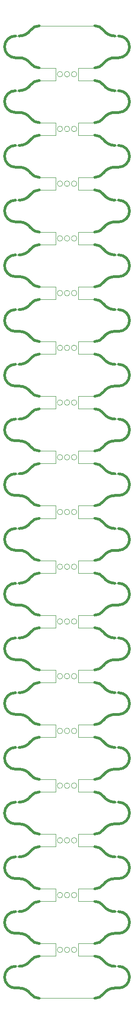
<source format=gbr>
%TF.GenerationSoftware,KiCad,Pcbnew,8.99.0-946-gf00a1ab517*%
%TF.CreationDate,2024-05-19T19:51:51+07:00*%
%TF.ProjectId,dtb_toro,6474625f-746f-4726-9f2e-6b696361645f,rev?*%
%TF.SameCoordinates,Original*%
%TF.FileFunction,Profile,NP*%
%FSLAX46Y46*%
G04 Gerber Fmt 4.6, Leading zero omitted, Abs format (unit mm)*
G04 Created by KiCad (PCBNEW 8.99.0-946-gf00a1ab517) date 2024-05-19 19:51:51*
%MOMM*%
%LPD*%
G01*
G04 APERTURE LIST*
%TA.AperFunction,Profile*%
%ADD10C,0.050000*%
%TD*%
%TA.AperFunction,Profile*%
%ADD11C,0.500000*%
%TD*%
G04 APERTURE END LIST*
D10*
X546473201Y-52579402D02*
X536266615Y-52579399D01*
X543469816Y37420296D02*
X546473201Y37420297D01*
X543470031Y35120343D02*
X546473416Y35120344D01*
X536266615Y37420300D02*
X539270000Y37420301D01*
X536266816Y35120390D02*
X539270201Y35120391D01*
X540569924Y36270341D02*
G75*
G02*
X539570126Y36270341I-499899J0D01*
G01*
X539570126Y36270341D02*
G75*
G02*
X540569924Y36270341I499899J0D01*
G01*
X543169924Y36270341D02*
G75*
G02*
X542170126Y36270341I-499899J0D01*
G01*
X542170126Y36270341D02*
G75*
G02*
X543169924Y36270341I499899J0D01*
G01*
X541869924Y36270341D02*
G75*
G02*
X540870126Y36270341I-499899J0D01*
G01*
X540870126Y36270341D02*
G75*
G02*
X541869924Y36270341I499899J0D01*
G01*
X543469816Y37420339D02*
X543470031Y35120343D01*
X539270000Y37420344D02*
X539270201Y35120391D01*
D11*
X550157216Y-6743570D02*
G75*
G02*
X548073569Y-5689272I-12J2586118D01*
G01*
X534666343Y-15689259D02*
G75*
G02*
X536266816Y-14879481I1600549J-1176877D01*
G01*
X550157216Y-26743484D02*
G75*
G02*
X548073569Y-25689186I-12J2586118D01*
G01*
X546473416Y-14879527D02*
G75*
G02*
X548073584Y-15689214I-45J-1986122D01*
G01*
X548073610Y-31769730D02*
G75*
G02*
X546473201Y-32579488I-1600382J1176595D01*
G01*
X550870016Y-16743527D02*
G75*
G02*
X550869905Y-20715443I26J-1985958D01*
G01*
X534666342Y-15689259D02*
G75*
G02*
X532583016Y-16743489I-2083445J1531613D01*
G01*
X532582716Y-30715484D02*
X531870016Y-30715484D01*
X548073610Y-21769773D02*
G75*
G02*
X546473201Y-22579531I-1600382J1176595D01*
G01*
X531870016Y-40715441D02*
G75*
G02*
X531888591Y-36743444I26J1986042D01*
G01*
X546473416Y-24879484D02*
G75*
G02*
X548073584Y-25689171I-45J-1986122D01*
G01*
X534666342Y-5689302D02*
G75*
G02*
X532583016Y-6743532I-2083445J1531613D01*
G01*
X532582716Y-20715527D02*
G75*
G02*
X534666444Y-21769866I95J-2586054D01*
G01*
X536266615Y-22579528D02*
G75*
G02*
X534666444Y-21769866I4J1986084D01*
G01*
X532582716Y-20715527D02*
X531870016Y-20715527D01*
X531870016Y-30715484D02*
G75*
G02*
X531888591Y-26743487I26J1986042D01*
G01*
D10*
X532583016Y-36743402D02*
X531888591Y-36743444D01*
D11*
X532582716Y-10715570D02*
G75*
G02*
X534666444Y-11769909I95J-2586054D01*
G01*
X531870016Y-10715570D02*
G75*
G02*
X531888591Y-6743573I26J1986042D01*
G01*
D10*
X550870016Y-16743527D02*
X550157216Y-16743527D01*
D11*
X532582716Y-40715441D02*
G75*
G02*
X534666444Y-41769780I95J-2586054D01*
G01*
X550870016Y23256301D02*
G75*
G02*
X550869905Y19284385I26J-1985958D01*
G01*
X548073610Y18230055D02*
G75*
G02*
X546473201Y17420297I-1600382J1176595D01*
G01*
X548073610Y18230055D02*
G75*
G02*
X550157361Y19284337I2083697J-1531982D01*
G01*
X550869905Y-40715357D02*
X550157361Y-40715405D01*
X531870016Y-20715527D02*
G75*
G02*
X531888591Y-16743530I26J1986042D01*
G01*
X548073610Y-41769687D02*
G75*
G02*
X546473201Y-42579445I-1600382J1176595D01*
G01*
X531870016Y9284344D02*
G75*
G02*
X531888591Y13256341I26J1986042D01*
G01*
X534666342Y-35689173D02*
G75*
G02*
X532583016Y-36743403I-2083445J1531613D01*
G01*
X548073610Y-21769773D02*
G75*
G02*
X550157361Y-20715491I2083697J-1531982D01*
G01*
D10*
X532583016Y-6743531D02*
X531888591Y-6743573D01*
D11*
X550869905Y-10715486D02*
X550157361Y-10715534D01*
X534666343Y-5689302D02*
G75*
G02*
X536266816Y-4879524I1600549J-1176877D01*
G01*
D10*
X550870016Y-6743570D02*
X550157216Y-6743570D01*
X532583016Y23256340D02*
X531888591Y23256298D01*
D11*
X550869905Y-20715443D02*
X550157361Y-20715491D01*
X550157216Y-16743527D02*
G75*
G02*
X548073569Y-15689229I-12J2586118D01*
G01*
D10*
X532583016Y-16743488D02*
X531888591Y-16743530D01*
D11*
X550870016Y-6743570D02*
G75*
G02*
X550869905Y-10715486I26J-1985958D01*
G01*
X536266615Y17420300D02*
G75*
G02*
X534666444Y18229962I4J1986084D01*
G01*
X548073610Y-11769816D02*
G75*
G02*
X546473201Y-12579574I-1600382J1176595D01*
G01*
X532582716Y-10715570D02*
X531870016Y-10715570D01*
X536266615Y-12579571D02*
G75*
G02*
X534666444Y-11769909I4J1986084D01*
G01*
X546473416Y25120301D02*
G75*
G02*
X548073584Y24310614I-45J-1986122D01*
G01*
X546473416Y-4879570D02*
G75*
G02*
X548073584Y-5689257I-45J-1986122D01*
G01*
X548073610Y-11769816D02*
G75*
G02*
X550157361Y-10715534I2083697J-1531982D01*
G01*
X550869905Y-30715400D02*
X550157361Y-30715448D01*
X532582716Y-30715484D02*
G75*
G02*
X534666444Y-31769823I95J-2586054D01*
G01*
X550870016Y-26743484D02*
G75*
G02*
X550869905Y-30715400I26J-1985958D01*
G01*
X534666342Y-25689216D02*
G75*
G02*
X532583016Y-26743446I-2083445J1531613D01*
G01*
X548073610Y-31769730D02*
G75*
G02*
X550157361Y-30715448I2083697J-1531982D01*
G01*
D10*
X532583016Y-26743445D02*
X531888591Y-26743487D01*
D11*
X536266615Y-32579485D02*
G75*
G02*
X534666444Y-31769823I4J1986084D01*
G01*
D10*
X550870016Y-26743484D02*
X550157216Y-26743484D01*
D11*
X534666343Y-25689216D02*
G75*
G02*
X536266816Y-24879438I1600549J-1176877D01*
G01*
D10*
X550870016Y33256301D02*
X550157216Y33256301D01*
D11*
X531870016Y29284301D02*
G75*
G02*
X531888591Y33256298I26J1986042D01*
G01*
X532582716Y29284301D02*
G75*
G02*
X534666444Y28229962I94J-2586058D01*
G01*
X550869905Y29284385D02*
X550157361Y29284337D01*
X534666342Y34310569D02*
G75*
G02*
X532583016Y33256340I-2083447J1531617D01*
G01*
D10*
X532583016Y33256340D02*
X531888591Y33256298D01*
D11*
X548073610Y28230055D02*
G75*
G02*
X546473201Y27420297I-1600382J1176595D01*
G01*
X532582716Y29284301D02*
X531870016Y29284301D01*
X550157216Y33256301D02*
G75*
G02*
X548073569Y34310599I-12J2586118D01*
G01*
X548073610Y28230055D02*
G75*
G02*
X550157361Y29284337I2083697J-1531982D01*
G01*
X546473416Y35120301D02*
G75*
G02*
X548073584Y34310614I-47J-1986126D01*
G01*
X550870016Y33256301D02*
G75*
G02*
X550869905Y29284385I26J-1985958D01*
G01*
X534666343Y24310569D02*
G75*
G02*
X536266816Y25120347I1600549J-1176877D01*
G01*
X534666343Y34310569D02*
G75*
G02*
X536266816Y35120347I1600551J-1176880D01*
G01*
X550157216Y23256301D02*
G75*
G02*
X548073569Y24310599I-12J2586118D01*
G01*
X532582716Y19284301D02*
G75*
G02*
X534666444Y18229962I95J-2586054D01*
G01*
X548073610Y8230098D02*
G75*
G02*
X546473201Y7420340I-1600382J1176595D01*
G01*
X532582716Y9284344D02*
X531870016Y9284344D01*
X536266615Y27420300D02*
G75*
G02*
X534666444Y28229962I4J1986084D01*
G01*
X550157216Y13256344D02*
G75*
G02*
X548073569Y14310642I-12J2586118D01*
G01*
X534666342Y24310569D02*
G75*
G02*
X532583016Y23256339I-2083445J1531613D01*
G01*
X550869905Y19284385D02*
X550157361Y19284337D01*
D10*
X550870016Y23256301D02*
X550157216Y23256301D01*
X550870016Y13256344D02*
X550157216Y13256344D01*
D11*
X532582716Y19284301D02*
X531870016Y19284301D01*
X531870016Y19284301D02*
G75*
G02*
X531888591Y23256298I26J1986042D01*
G01*
X550870016Y-36743441D02*
G75*
G02*
X550869905Y-40715357I26J-1985958D01*
G01*
X536266615Y-42579442D02*
G75*
G02*
X534666444Y-41769780I4J1986084D01*
G01*
X534666343Y-35689173D02*
G75*
G02*
X536266816Y-34879395I1600549J-1176877D01*
G01*
X532582716Y-40715441D02*
X531870016Y-40715441D01*
D10*
X550870016Y-46743398D02*
X550157216Y-46743398D01*
D11*
X546473416Y-34879441D02*
G75*
G02*
X548073584Y-35689128I-45J-1986122D01*
G01*
X548073610Y-41769687D02*
G75*
G02*
X550157361Y-40715405I2083697J-1531982D01*
G01*
D10*
X550870016Y-36743441D02*
X550157216Y-36743441D01*
D11*
X532582716Y-50715398D02*
G75*
G02*
X534666444Y-51769737I95J-2586054D01*
G01*
X532582716Y-50715398D02*
X531870016Y-50715398D01*
X550869905Y-50715314D02*
X550157361Y-50715362D01*
D10*
X532583016Y-46743359D02*
X531888591Y-46743401D01*
D11*
X550157216Y-36743441D02*
G75*
G02*
X548073569Y-35689143I-12J2586118D01*
G01*
X531870016Y-50715398D02*
G75*
G02*
X531888591Y-46743401I26J1986042D01*
G01*
X550157216Y-46743398D02*
G75*
G02*
X548073569Y-45689100I-12J2586118D01*
G01*
X548073610Y-51769644D02*
G75*
G02*
X550157361Y-50715362I2083697J-1531982D01*
G01*
X550870016Y-46743398D02*
G75*
G02*
X550869905Y-50715314I26J-1985958D01*
G01*
X546473416Y-44879398D02*
G75*
G02*
X548073584Y-45689085I-45J-1986122D01*
G01*
X536266615Y-52579399D02*
G75*
G02*
X534666444Y-51769737I4J1986084D01*
G01*
X534666343Y-45689130D02*
G75*
G02*
X536266816Y-44879352I1600549J-1176877D01*
G01*
D10*
X543469816Y27420296D02*
X546473201Y27420297D01*
X536266615Y27420300D02*
X539270000Y27420301D01*
D11*
X534666342Y-45689130D02*
G75*
G02*
X532583016Y-46743360I-2083445J1531613D01*
G01*
X548073610Y-51769644D02*
G75*
G02*
X546473201Y-52579402I-1600382J1176595D01*
G01*
X550869905Y-715529D02*
X550157361Y-715577D01*
X550869905Y9284428D02*
X550157361Y9284380D01*
X550870016Y3256387D02*
G75*
G02*
X550869905Y-715529I26J-1985958D01*
G01*
X548073610Y8230098D02*
G75*
G02*
X550157361Y9284380I2083697J-1531982D01*
G01*
X531870016Y-715613D02*
G75*
G02*
X531888591Y3256384I26J1986042D01*
G01*
D10*
X536266615Y-42579442D02*
X539270000Y-42579441D01*
X536266615Y-12579571D02*
X539270000Y-12579570D01*
X536266816Y25120347D02*
X539270201Y25120348D01*
D11*
X536266615Y-2579614D02*
G75*
G02*
X534666444Y-1769952I4J1986084D01*
G01*
D10*
X532583016Y13256383D02*
X531888591Y13256341D01*
X532583016Y3256426D02*
X531888591Y3256384D01*
D11*
X550157216Y3256387D02*
G75*
G02*
X548073569Y4310685I-12J2586118D01*
G01*
X534666343Y4310655D02*
G75*
G02*
X536266816Y5120433I1600549J-1176877D01*
G01*
D10*
X550870016Y3256387D02*
X550157216Y3256387D01*
D11*
X532582716Y-715613D02*
X531870016Y-715613D01*
D10*
X539270000Y27420301D02*
X539270201Y25120348D01*
X536266816Y-44879352D02*
X539270201Y-44879351D01*
D11*
X534666342Y4310655D02*
G75*
G02*
X532583016Y3256425I-2083445J1531613D01*
G01*
X534666342Y14310612D02*
G75*
G02*
X532583016Y13256382I-2083445J1531613D01*
G01*
X546473416Y5120387D02*
G75*
G02*
X548073584Y4310700I-45J-1986122D01*
G01*
X548073610Y-1769859D02*
G75*
G02*
X546473201Y-2579617I-1600382J1176595D01*
G01*
X536266615Y7420343D02*
G75*
G02*
X534666444Y8230005I4J1986084D01*
G01*
X534666343Y14310612D02*
G75*
G02*
X536266816Y15120390I1600549J-1176877D01*
G01*
X532582716Y9284344D02*
G75*
G02*
X534666444Y8230005I95J-2586054D01*
G01*
X548073610Y-1769859D02*
G75*
G02*
X550157361Y-715577I2083697J-1531982D01*
G01*
X550870016Y13256344D02*
G75*
G02*
X550869905Y9284428I26J-1985958D01*
G01*
D10*
X543470031Y-44879399D02*
X546473416Y-44879398D01*
D11*
X532582716Y-715613D02*
G75*
G02*
X534666444Y-1769952I95J-2586054D01*
G01*
D10*
X536266816Y-34879395D02*
X539270201Y-34879394D01*
X543469816Y17420296D02*
X546473201Y17420297D01*
X543469816Y-12579575D02*
X546473201Y-12579574D01*
D11*
X546473416Y15120344D02*
G75*
G02*
X548073584Y14310657I-45J-1986122D01*
G01*
D10*
X536266615Y-32579485D02*
X539270000Y-32579484D01*
X536266816Y5120433D02*
X539270201Y5120434D01*
X539270000Y7420344D02*
X539270201Y5120391D01*
X539270000Y-42579441D02*
X539270201Y-44879394D01*
X536266816Y-24879438D02*
X539270201Y-24879437D01*
X543470031Y-14879528D02*
X546473416Y-14879527D01*
X543470031Y-24879485D02*
X546473416Y-24879484D01*
X543470031Y15120343D02*
X546473416Y15120344D01*
X536266816Y-4879524D02*
X539270201Y-4879523D01*
X536266615Y7420343D02*
X539270000Y7420344D01*
X543169924Y16270298D02*
G75*
G02*
X542170126Y16270298I-499899J0D01*
G01*
X542170126Y16270298D02*
G75*
G02*
X543169924Y16270298I499899J0D01*
G01*
X543469816Y7420339D02*
X546473201Y7420340D01*
X543470031Y25120300D02*
X546473416Y25120301D01*
X539270000Y-32579484D02*
X539270201Y-34879437D01*
X540569924Y-13729573D02*
G75*
G02*
X539570126Y-13729573I-499899J0D01*
G01*
X539570126Y-13729573D02*
G75*
G02*
X540569924Y-13729573I499899J0D01*
G01*
X540569924Y-43729444D02*
G75*
G02*
X539570126Y-43729444I-499899J0D01*
G01*
X539570126Y-43729444D02*
G75*
G02*
X540569924Y-43729444I499899J0D01*
G01*
X541869924Y6270341D02*
G75*
G02*
X540870126Y6270341I-499899J0D01*
G01*
X540870126Y6270341D02*
G75*
G02*
X541869924Y6270341I499899J0D01*
G01*
X543169924Y-43729444D02*
G75*
G02*
X542170126Y-43729444I-499899J0D01*
G01*
X542170126Y-43729444D02*
G75*
G02*
X543169924Y-43729444I499899J0D01*
G01*
X543169924Y-33729487D02*
G75*
G02*
X542170126Y-33729487I-499899J0D01*
G01*
X542170126Y-33729487D02*
G75*
G02*
X543169924Y-33729487I499899J0D01*
G01*
X543169924Y-3729616D02*
G75*
G02*
X542170126Y-3729616I-499899J0D01*
G01*
X542170126Y-3729616D02*
G75*
G02*
X543169924Y-3729616I499899J0D01*
G01*
X543469816Y-22579532D02*
X543470031Y-24879528D01*
X543169924Y-23729530D02*
G75*
G02*
X542170126Y-23729530I-499899J0D01*
G01*
X542170126Y-23729530D02*
G75*
G02*
X543169924Y-23729530I499899J0D01*
G01*
X543469816Y-2579618D02*
X546473201Y-2579617D01*
X543469816Y17420296D02*
X543470031Y15120300D01*
X539270000Y-12579570D02*
X539270201Y-14879523D01*
X543469816Y7420339D02*
X543470031Y5120343D01*
X539270000Y-22579527D02*
X539270201Y-24879480D01*
X543469816Y-42579446D02*
X543470031Y-44879442D01*
X536266816Y-14879481D02*
X539270201Y-14879480D01*
X541869924Y-3729616D02*
G75*
G02*
X540870126Y-3729616I-499899J0D01*
G01*
X540870126Y-3729616D02*
G75*
G02*
X541869924Y-3729616I499899J0D01*
G01*
X541870000Y26270325D02*
G75*
G02*
X540870202Y26270325I-499899J0D01*
G01*
X540870202Y26270325D02*
G75*
G02*
X541870000Y26270325I499899J0D01*
G01*
X540569924Y-23729530D02*
G75*
G02*
X539570126Y-23729530I-499899J0D01*
G01*
X539570126Y-23729530D02*
G75*
G02*
X540569924Y-23729530I499899J0D01*
G01*
X536266816Y15120390D02*
X539270201Y15120391D01*
X540569924Y-3729616D02*
G75*
G02*
X539570126Y-3729616I-499899J0D01*
G01*
X539570126Y-3729616D02*
G75*
G02*
X540569924Y-3729616I499899J0D01*
G01*
X543470031Y-34879442D02*
X546473416Y-34879441D01*
X543469816Y-32579489D02*
X543470031Y-34879485D01*
X539270000Y-2579613D02*
X539270201Y-4879566D01*
X543469816Y-2579618D02*
X543470031Y-4879614D01*
X540569924Y6270341D02*
G75*
G02*
X539570126Y6270341I-499899J0D01*
G01*
X539570126Y6270341D02*
G75*
G02*
X540569924Y6270341I499899J0D01*
G01*
X541869924Y16270298D02*
G75*
G02*
X540870126Y16270298I-499899J0D01*
G01*
X540870126Y16270298D02*
G75*
G02*
X541869924Y16270298I499899J0D01*
G01*
X543170000Y26270325D02*
G75*
G02*
X542170202Y26270325I-499899J0D01*
G01*
X542170202Y26270325D02*
G75*
G02*
X543170000Y26270325I499899J0D01*
G01*
X543169924Y6270341D02*
G75*
G02*
X542170126Y6270341I-499899J0D01*
G01*
X542170126Y6270341D02*
G75*
G02*
X543169924Y6270341I499899J0D01*
G01*
X543470031Y-4879571D02*
X546473416Y-4879570D01*
X540569924Y-33729487D02*
G75*
G02*
X539570126Y-33729487I-499899J0D01*
G01*
X539570126Y-33729487D02*
G75*
G02*
X540569924Y-33729487I499899J0D01*
G01*
X536266615Y-2579614D02*
X539270000Y-2579613D01*
X536266615Y17420300D02*
X539270000Y17420301D01*
X543469816Y-32579489D02*
X546473201Y-32579488D01*
X543469816Y-12579575D02*
X543470031Y-14879571D01*
X543469816Y-22579532D02*
X546473201Y-22579531D01*
X543470031Y5120386D02*
X546473416Y5120387D01*
X543169924Y-13729573D02*
G75*
G02*
X542170126Y-13729573I-499899J0D01*
G01*
X542170126Y-13729573D02*
G75*
G02*
X543169924Y-13729573I499899J0D01*
G01*
X543469816Y-42579446D02*
X546473201Y-42579445D01*
X541869924Y-23729530D02*
G75*
G02*
X540870126Y-23729530I-499899J0D01*
G01*
X540870126Y-23729530D02*
G75*
G02*
X541869924Y-23729530I499899J0D01*
G01*
X539270000Y17420301D02*
X539270201Y15120348D01*
X543469816Y27420296D02*
X543470031Y25120300D01*
X536266615Y-22579528D02*
X539270000Y-22579527D01*
X541869924Y-13729573D02*
G75*
G02*
X540870126Y-13729573I-499899J0D01*
G01*
X540870126Y-13729573D02*
G75*
G02*
X541869924Y-13729573I499899J0D01*
G01*
X540569924Y16270298D02*
G75*
G02*
X539570126Y16270298I-499899J0D01*
G01*
X539570126Y16270298D02*
G75*
G02*
X540569924Y16270298I499899J0D01*
G01*
X541869924Y-33729487D02*
G75*
G02*
X540870126Y-33729487I-499899J0D01*
G01*
X540870126Y-33729487D02*
G75*
G02*
X541869924Y-33729487I499899J0D01*
G01*
X540570000Y26270325D02*
G75*
G02*
X539570202Y26270325I-499899J0D01*
G01*
X539570202Y26270325D02*
G75*
G02*
X540570000Y26270325I499899J0D01*
G01*
X541869924Y-43729444D02*
G75*
G02*
X540870126Y-43729444I-499899J0D01*
G01*
X540870126Y-43729444D02*
G75*
G02*
X541869924Y-43729444I499899J0D01*
G01*
X540569924Y46270255D02*
G75*
G02*
X539570126Y46270255I-499899J0D01*
G01*
X539570126Y46270255D02*
G75*
G02*
X540569924Y46270255I499899J0D01*
G01*
X543169924Y46270255D02*
G75*
G02*
X542170126Y46270255I-499899J0D01*
G01*
X542170126Y46270255D02*
G75*
G02*
X543169924Y46270255I499899J0D01*
G01*
X541869924Y46270255D02*
G75*
G02*
X540870126Y46270255I-499899J0D01*
G01*
X540870126Y46270255D02*
G75*
G02*
X541869924Y46270255I499899J0D01*
G01*
X540569924Y56270212D02*
G75*
G02*
X539570126Y56270212I-499899J0D01*
G01*
X539570126Y56270212D02*
G75*
G02*
X540569924Y56270212I499899J0D01*
G01*
X543169924Y56270212D02*
G75*
G02*
X542170126Y56270212I-499899J0D01*
G01*
X542170126Y56270212D02*
G75*
G02*
X543169924Y56270212I499899J0D01*
G01*
X541869924Y56270212D02*
G75*
G02*
X540870126Y56270212I-499899J0D01*
G01*
X540870126Y56270212D02*
G75*
G02*
X541869924Y56270212I499899J0D01*
G01*
X540569924Y66270169D02*
G75*
G02*
X539570126Y66270169I-499899J0D01*
G01*
X539570126Y66270169D02*
G75*
G02*
X540569924Y66270169I499899J0D01*
G01*
X543169924Y66270169D02*
G75*
G02*
X542170126Y66270169I-499899J0D01*
G01*
X542170126Y66270169D02*
G75*
G02*
X543169924Y66270169I499899J0D01*
G01*
X541869924Y66270169D02*
G75*
G02*
X540870126Y66270169I-499899J0D01*
G01*
X540870126Y66270169D02*
G75*
G02*
X541869924Y66270169I499899J0D01*
G01*
X540569924Y76270126D02*
G75*
G02*
X539570126Y76270126I-499899J0D01*
G01*
X539570126Y76270126D02*
G75*
G02*
X540569924Y76270126I499899J0D01*
G01*
X543169924Y76270126D02*
G75*
G02*
X542170126Y76270126I-499899J0D01*
G01*
X542170126Y76270126D02*
G75*
G02*
X543169924Y76270126I499899J0D01*
G01*
X541869924Y76270126D02*
G75*
G02*
X540870126Y76270126I-499899J0D01*
G01*
X540870126Y76270126D02*
G75*
G02*
X541869924Y76270126I499899J0D01*
G01*
X540569924Y86270083D02*
G75*
G02*
X539570126Y86270083I-499899J0D01*
G01*
X539570126Y86270083D02*
G75*
G02*
X540569924Y86270083I499899J0D01*
G01*
X543169924Y86270083D02*
G75*
G02*
X542170126Y86270083I-499899J0D01*
G01*
X542170126Y86270083D02*
G75*
G02*
X543169924Y86270083I499899J0D01*
G01*
X541869924Y86270083D02*
G75*
G02*
X540870126Y86270083I-499899J0D01*
G01*
X540870126Y86270083D02*
G75*
G02*
X541869924Y86270083I499899J0D01*
G01*
X540569924Y96270040D02*
G75*
G02*
X539570126Y96270040I-499899J0D01*
G01*
X539570126Y96270040D02*
G75*
G02*
X540569924Y96270040I499899J0D01*
G01*
X543169924Y96270040D02*
G75*
G02*
X542170126Y96270040I-499899J0D01*
G01*
X542170126Y96270040D02*
G75*
G02*
X543169924Y96270040I499899J0D01*
G01*
X541869924Y96270040D02*
G75*
G02*
X540870126Y96270040I-499899J0D01*
G01*
X540870126Y96270040D02*
G75*
G02*
X541869924Y96270040I499899J0D01*
G01*
X540569924Y106269997D02*
G75*
G02*
X539570126Y106269997I-499899J0D01*
G01*
X539570126Y106269997D02*
G75*
G02*
X540569924Y106269997I499899J0D01*
G01*
X543169924Y106269997D02*
G75*
G02*
X542170126Y106269997I-499899J0D01*
G01*
X542170126Y106269997D02*
G75*
G02*
X543169924Y106269997I499899J0D01*
G01*
X541869924Y106269997D02*
G75*
G02*
X540870126Y106269997I-499899J0D01*
G01*
X540870126Y106269997D02*
G75*
G02*
X541869924Y106269997I499899J0D01*
G01*
X543170000Y116270024D02*
G75*
G02*
X542170202Y116270024I-499899J0D01*
G01*
X542170202Y116270024D02*
G75*
G02*
X543170000Y116270024I499899J0D01*
G01*
X541870000Y116270024D02*
G75*
G02*
X540870202Y116270024I-499899J0D01*
G01*
X540870202Y116270024D02*
G75*
G02*
X541870000Y116270024I499899J0D01*
G01*
X540570000Y116270024D02*
G75*
G02*
X539570202Y116270024I-499899J0D01*
G01*
X539570202Y116270024D02*
G75*
G02*
X540570000Y116270024I499899J0D01*
G01*
X543469816Y47420253D02*
X543470031Y45120257D01*
X539270000Y47420258D02*
X539270201Y45120305D01*
X543469816Y57420210D02*
X543470031Y55120214D01*
X539270000Y57420215D02*
X539270201Y55120262D01*
X543469816Y67420167D02*
X543470031Y65120171D01*
X539270000Y67420172D02*
X539270201Y65120219D01*
X543469816Y77420124D02*
X543470031Y75120128D01*
X539270000Y77420129D02*
X539270201Y75120176D01*
X543469816Y87420081D02*
X543470031Y85120085D01*
X539270000Y87420086D02*
X539270201Y85120133D01*
X543469816Y97420038D02*
X543470031Y95120042D01*
X539270000Y97420043D02*
X539270201Y95120090D01*
X543469816Y107419995D02*
X543470031Y105119999D01*
X539270000Y107420000D02*
X539270201Y105120047D01*
X539270000Y117420000D02*
X539270201Y115120047D01*
X543470031Y45120300D02*
X546473416Y45120301D01*
X536266816Y45120347D02*
X539270201Y45120348D01*
X543470031Y55120257D02*
X546473416Y55120258D01*
X536266816Y55120304D02*
X539270201Y55120305D01*
X543470031Y65120214D02*
X546473416Y65120215D01*
X536266816Y65120261D02*
X539270201Y65120262D01*
X543470031Y75120171D02*
X546473416Y75120172D01*
X536266816Y75120218D02*
X539270201Y75120219D01*
X543470031Y85120128D02*
X546473416Y85120129D01*
X536266816Y85120175D02*
X539270201Y85120176D01*
X543470031Y95120085D02*
X546473416Y95120086D01*
X536266816Y95120132D02*
X539270201Y95120133D01*
X543470031Y105120042D02*
X546473416Y105120043D01*
X536266816Y105120089D02*
X539270201Y105120090D01*
X543470031Y115119999D02*
X546473416Y115120000D01*
X536266816Y115120046D02*
X539270201Y115120047D01*
X536266615Y47420257D02*
X539270000Y47420258D01*
X543469816Y47420253D02*
X546473201Y47420254D01*
X536266615Y57420214D02*
X539270000Y57420215D01*
X543469816Y57420210D02*
X546473201Y57420211D01*
X536266615Y67420171D02*
X539270000Y67420172D01*
X543469816Y67420167D02*
X546473201Y67420168D01*
X536266615Y77420128D02*
X539270000Y77420129D01*
X543469816Y77420124D02*
X546473201Y77420125D01*
X536266615Y87420085D02*
X539270000Y87420086D01*
X543469816Y87420081D02*
X546473201Y87420082D01*
X536266615Y97420042D02*
X539270000Y97420043D01*
X543469816Y97420038D02*
X546473201Y97420039D01*
X536266615Y107419999D02*
X539270000Y107420000D01*
X543469816Y107419995D02*
X546473201Y107419996D01*
X543469816Y117419995D02*
X546473201Y117419996D01*
X536266615Y117419999D02*
X539270000Y117420000D01*
D11*
X534666343Y44310569D02*
G75*
G02*
X536266816Y45120347I1600551J-1176880D01*
G01*
X536266615Y37420300D02*
G75*
G02*
X534666444Y38229962I4J1986084D01*
G01*
X546473416Y45120301D02*
G75*
G02*
X548073584Y44310614I-47J-1986126D01*
G01*
X550870016Y43256301D02*
G75*
G02*
X550869905Y39284385I26J-1985958D01*
G01*
X548073610Y38230055D02*
G75*
G02*
X550157361Y39284337I2083697J-1531982D01*
G01*
D10*
X550870016Y43256301D02*
X550157216Y43256301D01*
D11*
X550157216Y43256301D02*
G75*
G02*
X548073569Y44310599I-12J2586118D01*
G01*
X532582716Y39284301D02*
X531870016Y39284301D01*
X548073610Y38230055D02*
G75*
G02*
X546473201Y37420297I-1600382J1176595D01*
G01*
X531870016Y39284301D02*
G75*
G02*
X531888591Y43256298I26J1986042D01*
G01*
D10*
X532583016Y43256340D02*
X531888591Y43256298D01*
D11*
X534666342Y44310569D02*
G75*
G02*
X532583016Y43256340I-2083447J1531617D01*
G01*
X550869905Y39284385D02*
X550157361Y39284337D01*
X532582716Y39284301D02*
G75*
G02*
X534666444Y38229962I94J-2586058D01*
G01*
X534666343Y54310526D02*
G75*
G02*
X536266816Y55120304I1600551J-1176880D01*
G01*
X536266615Y47420257D02*
G75*
G02*
X534666444Y48229919I4J1986084D01*
G01*
X546473416Y55120258D02*
G75*
G02*
X548073584Y54310571I-47J-1986126D01*
G01*
X550870016Y53256258D02*
G75*
G02*
X550869905Y49284342I26J-1985958D01*
G01*
X548073610Y48230012D02*
G75*
G02*
X550157361Y49284294I2083697J-1531982D01*
G01*
D10*
X550870016Y53256258D02*
X550157216Y53256258D01*
D11*
X550157216Y53256258D02*
G75*
G02*
X548073569Y54310556I-12J2586118D01*
G01*
X532582716Y49284258D02*
X531870016Y49284258D01*
X548073610Y48230012D02*
G75*
G02*
X546473201Y47420254I-1600382J1176595D01*
G01*
X531870016Y49284258D02*
G75*
G02*
X531888591Y53256255I26J1986042D01*
G01*
D10*
X532583016Y53256297D02*
X531888591Y53256255D01*
D11*
X534666342Y54310526D02*
G75*
G02*
X532583016Y53256297I-2083447J1531617D01*
G01*
X550869905Y49284342D02*
X550157361Y49284294D01*
X532582716Y49284258D02*
G75*
G02*
X534666444Y48229919I94J-2586058D01*
G01*
X534666343Y64310483D02*
G75*
G02*
X536266816Y65120261I1600551J-1176880D01*
G01*
X536266615Y57420214D02*
G75*
G02*
X534666444Y58229876I4J1986084D01*
G01*
X546473416Y65120215D02*
G75*
G02*
X548073584Y64310528I-47J-1986126D01*
G01*
X550870016Y63256215D02*
G75*
G02*
X550869905Y59284299I26J-1985958D01*
G01*
X548073610Y58229969D02*
G75*
G02*
X550157361Y59284251I2083697J-1531982D01*
G01*
D10*
X550870016Y63256215D02*
X550157216Y63256215D01*
D11*
X550157216Y63256215D02*
G75*
G02*
X548073569Y64310513I-12J2586118D01*
G01*
X532582716Y59284215D02*
X531870016Y59284215D01*
X548073610Y58229969D02*
G75*
G02*
X546473201Y57420211I-1600382J1176595D01*
G01*
X531870016Y59284215D02*
G75*
G02*
X531888591Y63256212I26J1986042D01*
G01*
D10*
X532583016Y63256254D02*
X531888591Y63256212D01*
D11*
X534666342Y64310483D02*
G75*
G02*
X532583016Y63256254I-2083447J1531617D01*
G01*
X550869905Y59284299D02*
X550157361Y59284251D01*
X532582716Y59284215D02*
G75*
G02*
X534666444Y58229876I94J-2586058D01*
G01*
X534666343Y74310440D02*
G75*
G02*
X536266816Y75120218I1600551J-1176880D01*
G01*
X536266615Y67420171D02*
G75*
G02*
X534666444Y68229833I4J1986084D01*
G01*
X546473416Y75120172D02*
G75*
G02*
X548073584Y74310485I-47J-1986126D01*
G01*
X550870016Y73256172D02*
G75*
G02*
X550869905Y69284256I26J-1985958D01*
G01*
X548073610Y68229926D02*
G75*
G02*
X550157361Y69284208I2083697J-1531982D01*
G01*
D10*
X550870016Y73256172D02*
X550157216Y73256172D01*
D11*
X550157216Y73256172D02*
G75*
G02*
X548073569Y74310470I-12J2586118D01*
G01*
X532582716Y69284172D02*
X531870016Y69284172D01*
X548073610Y68229926D02*
G75*
G02*
X546473201Y67420168I-1600382J1176595D01*
G01*
X531870016Y69284172D02*
G75*
G02*
X531888591Y73256169I26J1986042D01*
G01*
D10*
X532583016Y73256211D02*
X531888591Y73256169D01*
D11*
X534666342Y74310440D02*
G75*
G02*
X532583016Y73256211I-2083447J1531617D01*
G01*
X550869905Y69284256D02*
X550157361Y69284208D01*
X532582716Y69284172D02*
G75*
G02*
X534666444Y68229833I94J-2586058D01*
G01*
X534666343Y84310397D02*
G75*
G02*
X536266816Y85120175I1600551J-1176880D01*
G01*
X536266615Y77420128D02*
G75*
G02*
X534666444Y78229790I4J1986084D01*
G01*
X546473416Y85120129D02*
G75*
G02*
X548073584Y84310442I-47J-1986126D01*
G01*
X550870016Y83256129D02*
G75*
G02*
X550869905Y79284213I26J-1985958D01*
G01*
X548073610Y78229883D02*
G75*
G02*
X550157361Y79284165I2083697J-1531982D01*
G01*
D10*
X550870016Y83256129D02*
X550157216Y83256129D01*
D11*
X550157216Y83256129D02*
G75*
G02*
X548073569Y84310427I-12J2586118D01*
G01*
X532582716Y79284129D02*
X531870016Y79284129D01*
X548073610Y78229883D02*
G75*
G02*
X546473201Y77420125I-1600382J1176595D01*
G01*
X531870016Y79284129D02*
G75*
G02*
X531888591Y83256126I26J1986042D01*
G01*
D10*
X532583016Y83256168D02*
X531888591Y83256126D01*
D11*
X534666342Y84310397D02*
G75*
G02*
X532583016Y83256168I-2083447J1531617D01*
G01*
X550869905Y79284213D02*
X550157361Y79284165D01*
X532582716Y79284129D02*
G75*
G02*
X534666444Y78229790I94J-2586058D01*
G01*
X534666343Y94310354D02*
G75*
G02*
X536266816Y95120132I1600551J-1176880D01*
G01*
X536266615Y87420085D02*
G75*
G02*
X534666444Y88229747I4J1986084D01*
G01*
X546473416Y95120086D02*
G75*
G02*
X548073584Y94310399I-47J-1986126D01*
G01*
X550870016Y93256086D02*
G75*
G02*
X550869905Y89284170I26J-1985958D01*
G01*
X548073610Y88229840D02*
G75*
G02*
X550157361Y89284122I2083697J-1531982D01*
G01*
D10*
X550870016Y93256086D02*
X550157216Y93256086D01*
D11*
X550157216Y93256086D02*
G75*
G02*
X548073569Y94310384I-12J2586118D01*
G01*
X532582716Y89284086D02*
X531870016Y89284086D01*
X548073610Y88229840D02*
G75*
G02*
X546473201Y87420082I-1600382J1176595D01*
G01*
X531870016Y89284086D02*
G75*
G02*
X531888591Y93256083I26J1986042D01*
G01*
D10*
X532583016Y93256125D02*
X531888591Y93256083D01*
D11*
X534666342Y94310354D02*
G75*
G02*
X532583016Y93256125I-2083447J1531617D01*
G01*
X550869905Y89284170D02*
X550157361Y89284122D01*
X532582716Y89284086D02*
G75*
G02*
X534666444Y88229747I94J-2586058D01*
G01*
X534666343Y104310311D02*
G75*
G02*
X536266816Y105120089I1600551J-1176880D01*
G01*
X536266615Y97420042D02*
G75*
G02*
X534666444Y98229704I4J1986084D01*
G01*
X546473416Y105120043D02*
G75*
G02*
X548073584Y104310356I-47J-1986126D01*
G01*
X550870016Y103256043D02*
G75*
G02*
X550869905Y99284127I26J-1985958D01*
G01*
X548073610Y98229797D02*
G75*
G02*
X550157361Y99284079I2083697J-1531982D01*
G01*
D10*
X550870016Y103256043D02*
X550157216Y103256043D01*
D11*
X550157216Y103256043D02*
G75*
G02*
X548073569Y104310341I-12J2586118D01*
G01*
X532582716Y99284043D02*
X531870016Y99284043D01*
X548073610Y98229797D02*
G75*
G02*
X546473201Y97420039I-1600382J1176595D01*
G01*
X531870016Y99284043D02*
G75*
G02*
X531888591Y103256040I26J1986042D01*
G01*
D10*
X532583016Y103256082D02*
X531888591Y103256040D01*
D11*
X534666342Y104310311D02*
G75*
G02*
X532583016Y103256082I-2083447J1531617D01*
G01*
X550869905Y99284127D02*
X550157361Y99284079D01*
X532582716Y99284043D02*
G75*
G02*
X534666444Y98229704I94J-2586058D01*
G01*
X534666343Y114310268D02*
G75*
G02*
X536266816Y115120046I1600551J-1176880D01*
G01*
X536266615Y107419999D02*
G75*
G02*
X534666444Y108229661I4J1986084D01*
G01*
X546473416Y115120000D02*
G75*
G02*
X548073584Y114310313I-47J-1986126D01*
G01*
X550870016Y113256000D02*
G75*
G02*
X550869905Y109284084I26J-1985958D01*
G01*
X548073610Y108229754D02*
G75*
G02*
X550157361Y109284036I2083697J-1531982D01*
G01*
D10*
X550870016Y113256000D02*
X550157216Y113256000D01*
D11*
X550157216Y113256000D02*
G75*
G02*
X548073569Y114310298I-12J2586118D01*
G01*
X532582716Y109284000D02*
X531870016Y109284000D01*
X548073610Y108229754D02*
G75*
G02*
X546473201Y107419996I-1600382J1176595D01*
G01*
X531870016Y109284000D02*
G75*
G02*
X531888591Y113255997I26J1986042D01*
G01*
D10*
X532583016Y113256039D02*
X531888591Y113255997D01*
D11*
X534666342Y114310268D02*
G75*
G02*
X532583016Y113256039I-2083447J1531617D01*
G01*
X550869905Y109284084D02*
X550157361Y109284036D01*
X532582716Y109284000D02*
G75*
G02*
X534666444Y108229661I94J-2586058D01*
G01*
X532582716Y119284000D02*
G75*
G02*
X534666452Y118229667I84J-2586100D01*
G01*
X550870016Y123256000D02*
G75*
G02*
X550869905Y119284000I-16J-1986000D01*
G01*
X546473416Y125120000D02*
G75*
G02*
X548073563Y124310297I-16J-1986000D01*
G01*
D10*
X550870016Y123256000D02*
X550157216Y123256000D01*
D11*
X548073610Y118229754D02*
G75*
G02*
X546473201Y117419954I-1600510J1176746D01*
G01*
X531870016Y119284000D02*
G75*
G02*
X531888590Y123255913I-16J1986000D01*
G01*
X550869905Y119284084D02*
X550157361Y119284036D01*
X548073610Y118229754D02*
G75*
G02*
X550157361Y119284002I2083590J-1531854D01*
G01*
X534666342Y124310268D02*
G75*
G02*
X532583016Y123256009I-2083542J1531732D01*
G01*
D10*
X532583016Y123256039D02*
X531888591Y123255997D01*
D11*
X532582716Y119284000D02*
X531870016Y119284000D01*
X550157216Y123256000D02*
G75*
G02*
X548073572Y124310301I-16J2586100D01*
G01*
X534666343Y124310268D02*
G75*
G02*
X536266816Y125120016I1600457J-1176768D01*
G01*
X536266615Y117419999D02*
G75*
G02*
X534666459Y118229672I-15J1986001D01*
G01*
D10*
X536266816Y125120046D02*
X546473416Y125120000D01*
X543469816Y117419995D02*
X543470031Y115119999D01*
M02*

</source>
